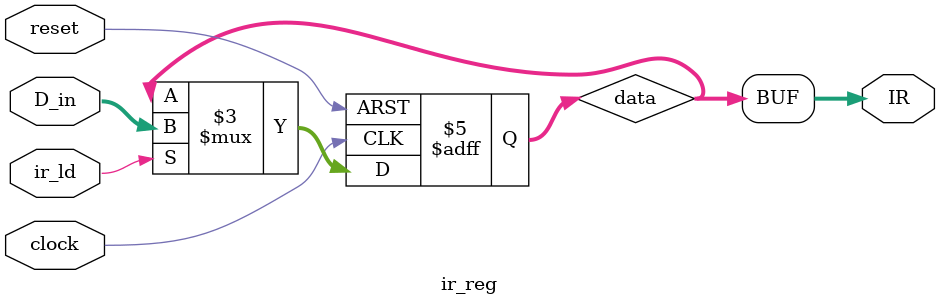
<source format=v>
`timescale 1ns / 1ps


module ir_reg(
    input clock,
    input reset,
    input ir_ld,
    input [15:0] D_in,
    output [15:0] IR
    );
    
    reg [15:0] data;
    
    always @ (posedge clock, posedge reset)
        begin
        if (reset)
            data <= 16'b0;
        else if (ir_ld)
            data <= D_in;
        else
            data <= data;
        end
        
    assign IR = data;
    
endmodule

</source>
